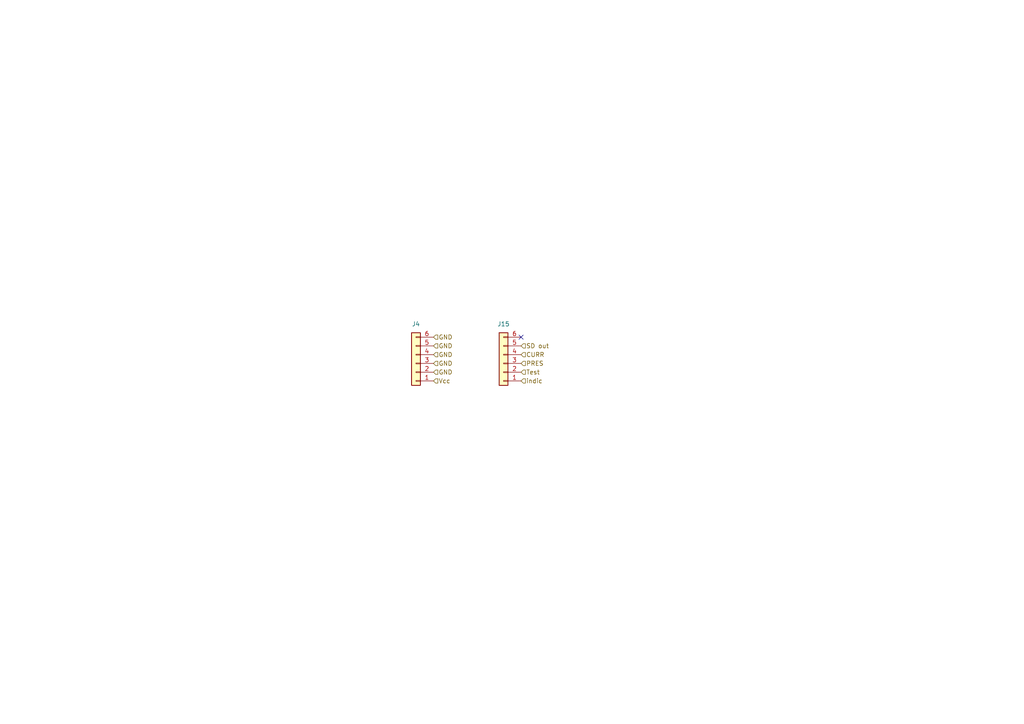
<source format=kicad_sch>
(kicad_sch (version 20231120) (generator "eeschema") (generator_version "8.0")
  (paper "A4")
  (lib_symbols
    (symbol "Connector_Generic:Conn_01x06" (pin_names (offset 1.016) hide)
      (property "Reference" "J" (at 0 7.62 0))
      (property "Value" "Conn_01x06" (at 0 -10.16 0))
      (symbol "Conn_01x06_1_1"
        (rectangle (start -1.27 -7.493) (end 0 -7.747) (stroke (width 0.1524)))
        (rectangle (start -1.27 -4.953) (end 0 -5.207) (stroke (width 0.1524)))
        (rectangle (start -1.27 -2.413) (end 0 -2.667) (stroke (width 0.1524)))
        (rectangle (start -1.27 0.127) (end 0 -0.127) (stroke (width 0.1524)))
        (rectangle (start -1.27 2.667) (end 0 2.413) (stroke (width 0.1524)))
        (rectangle (start -1.27 5.207) (end 0 4.953) (stroke (width 0.1524)))
        (rectangle (start -1.27 6.35) (end 1.27 -8.89) (stroke (width 0.254)) (fill (type background)))
        (pin passive line (at -5.08 5.08 0) (length 3.81) (name "Pin_1") (number "1"))
        (pin passive line (at -5.08 2.54 0) (length 3.81) (name "Pin_2") (number "2"))
        (pin passive line (at -5.08 0 0) (length 3.81) (name "Pin_3") (number "3"))
        (pin passive line (at -5.08 -2.54 0) (length 3.81) (name "Pin_4") (number "4"))
        (pin passive line (at -5.08 -5.08 0) (length 3.81) (name "Pin_5") (number "5"))
        (pin passive line (at -5.08 -7.62 0) (length 3.81) (name "Pin_6") (number "6"))
      )
    )
  )
  (no_connect (at 151.13 97.79))
  (hierarchical_label "GND" (shape input) (at 125.73 97.79 0))
  (hierarchical_label "CURR" (shape input) (at 151.13 102.87 0))
  (hierarchical_label "SD out" (shape input) (at 151.13 100.33 0))
  (hierarchical_label "GND" (shape input) (at 125.73 102.87 0))
  (hierarchical_label "GND" (shape input) (at 125.73 100.33 0))
  (hierarchical_label "PRES" (shape input) (at 151.13 105.41 0))
  (hierarchical_label "GND" (shape input) (at 125.73 107.95 0))
  (hierarchical_label "Test" (shape input) (at 151.13 107.95 0))
  (hierarchical_label "Vcc" (shape input) (at 125.73 110.49 0))
  (hierarchical_label "indic" (shape input) (at 151.13 110.49 0))
  (hierarchical_label "GND" (shape input) (at 125.73 105.41 0))
  (symbol (lib_id "Connector_Generic:Conn_01x06") (at 120.65 105.41 180) (unit 1)
    (property "Reference" "J4" (at 120.65 93.98 0))
    (property "Value" "Conn_01x06" (effects (hide yes)))
    (property "Footprint" "Connector_PinSocket_2.54mm:PinSocket_1x06_P2.54mm_Vertical" (effects (hide yes)))
  )
  (symbol (lib_id "Connector_Generic:Conn_01x06") (at 146.05 105.41 180) (unit 1)
    (property "Reference" "J15" (at 146.05 93.98 0))
    (property "Value" "Conn_01x06" (effects (hide yes)))
    (property "Footprint" "Connector_PinSocket_2.54mm:PinSocket_1x06_P2.54mm_Vertical" (effects (hide yes)))
  )
)
</source>
